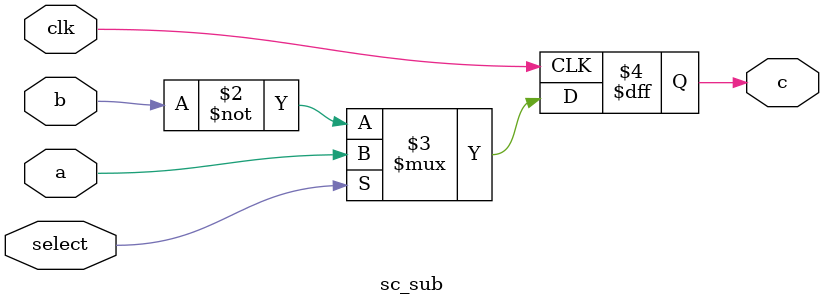
<source format=sv>

`timescale 1us/1ns


module sc_sub (
    input logic clk,
    input logic a,
    input logic b,
    input logic select,
    output logic c
  );


  always @(posedge clk)
  begin
    c <= select ? a : ~b;
  end


endmodule

</source>
